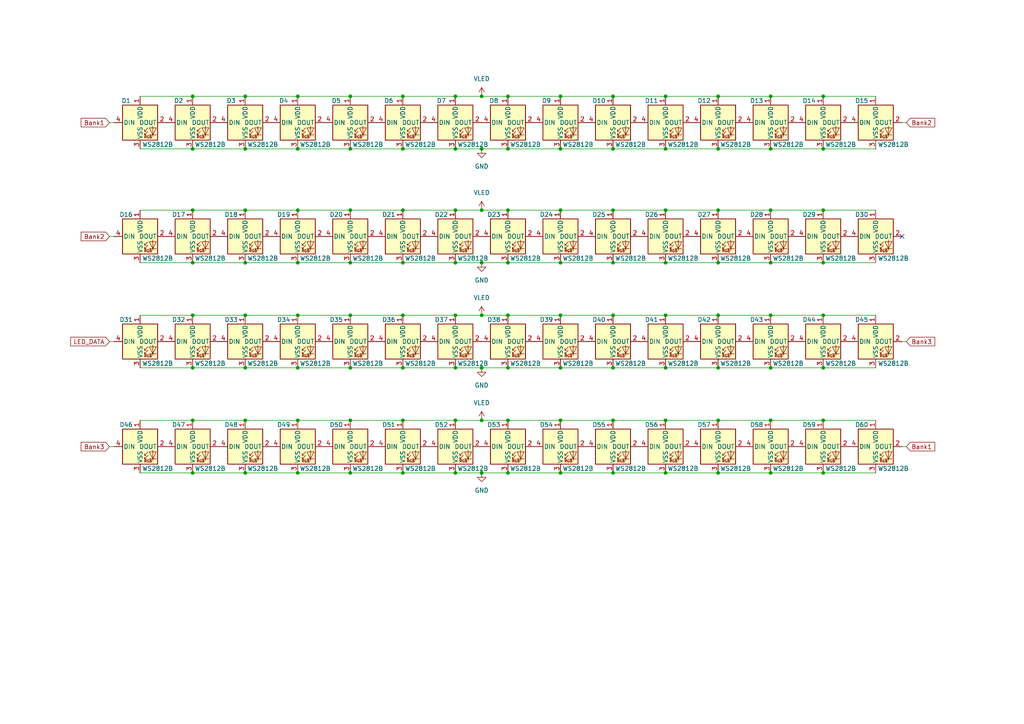
<source format=kicad_sch>
(kicad_sch (version 20250114) (generator "eeschema") (generator_version "9.0")
  (paper "A4")
  (lib_symbols
    (symbol "LED:WS2812B" (pin_names (offset 0.254))
      (property "Reference" "D" (at 5.08 5.715 0))
      (property "Value" "WS2812B" (at 1.27 -5.715 0))
      (symbol "WS2812B_0_0"
        (text "RGB" (at 2.286 -4.191 0) (effects (font (size 0.762 0.762))))
      )
      (symbol "WS2812B_0_1"
        (polyline (pts (xy 1.27 -2.54) (xy 1.778 -2.54)))
        (polyline (pts (xy 1.27 -3.556) (xy 1.778 -3.556)))
        (polyline (pts (xy 2.286 -1.524) (xy 1.27 -2.54) (xy 1.27 -2.032)))
        (polyline (pts (xy 2.286 -2.54) (xy 1.27 -3.556) (xy 1.27 -3.048)))
        (polyline (pts (xy 3.683 -1.016) (xy 3.683 -3.556) (xy 3.683 -4.064)))
        (polyline (pts (xy 4.699 -1.524) (xy 2.667 -1.524) (xy 3.683 -3.556) (xy 4.699 -1.524)))
        (polyline (pts (xy 4.699 -3.556) (xy 2.667 -3.556)))
        (rectangle (start 5.08 5.08) (end -5.08 -5.08) (stroke (width 0.254)) (fill (type background)))
      )
      (symbol "WS2812B_1_1"
        (pin input line (at -7.62 0 0) (length 2.54) (name "DIN") (number "4"))
        (pin power_in line (at 0 7.62 270) (length 2.54) (name "VDD") (number "1"))
        (pin power_in line (at 0 -7.62 90) (length 2.54) (name "VSS") (number "3"))
        (pin output line (at 7.62 0 180) (length 2.54) (name "DOUT") (number "2"))
      )
    )
    (symbol "power:GND" (power) (pin_numbers (hide yes)) (pin_names (offset 0) (hide yes))
      (property "Value" "GND" (at 0 -3.81 0))
      (symbol "GND_0_1"
        (polyline (pts (xy 0 0) (xy 0 -1.27) (xy 1.27 -1.27) (xy 0 -2.54) (xy -1.27 -1.27) (xy 0 -1.27)))
      )
      (symbol "GND_1_1"
        (pin power_in line (at 0 0 270) (length 0) (name "~") (number "1"))
      )
    )
    (symbol "power:VBUS" (power) (pin_numbers (hide yes)) (pin_names (offset 0) (hide yes))
      (property "Value" "VBUS" (at 0 3.556 0))
      (symbol "VBUS_0_1"
        (polyline (pts (xy -0.762 1.27) (xy 0 2.54)))
        (polyline (pts (xy 0 2.54) (xy 0.762 1.27)))
        (polyline (pts (xy 0 0) (xy 0 2.54)))
      )
      (symbol "VBUS_1_1"
        (pin power_in line (at 0 0 90) (length 0) (name "~") (number "1"))
      )
    )
  )
  (junction (at 101.6 137.16))
  (junction (at 147.32 27.94))
  (junction (at 147.32 60.96))
  (junction (at 177.8 106.68))
  (junction (at 86.36 27.94))
  (junction (at 116.84 106.68))
  (junction (at 147.32 76.2))
  (junction (at 86.36 121.92))
  (junction (at 132.08 76.2))
  (junction (at 162.56 106.68))
  (junction (at 55.88 76.2))
  (junction (at 86.36 43.18))
  (junction (at 223.52 91.44))
  (junction (at 238.76 121.92))
  (junction (at 71.12 106.68))
  (junction (at 71.12 27.94))
  (junction (at 147.32 106.68))
  (junction (at 193.04 91.44))
  (junction (at 139.7 121.92))
  (junction (at 86.36 76.2))
  (junction (at 208.28 43.18))
  (junction (at 177.8 76.2))
  (junction (at 116.84 91.44))
  (junction (at 193.04 106.68))
  (junction (at 177.8 121.92))
  (junction (at 132.08 137.16))
  (junction (at 139.7 76.2))
  (junction (at 101.6 43.18))
  (junction (at 116.84 76.2))
  (junction (at 223.52 121.92))
  (junction (at 71.12 60.96))
  (junction (at 132.08 106.68))
  (junction (at 71.12 43.18))
  (junction (at 238.76 137.16))
  (junction (at 223.52 27.94))
  (junction (at 162.56 121.92))
  (junction (at 238.76 91.44))
  (junction (at 55.88 91.44))
  (junction (at 132.08 91.44))
  (junction (at 132.08 121.92))
  (junction (at 116.84 121.92))
  (junction (at 238.76 43.18))
  (junction (at 55.88 43.18))
  (junction (at 55.88 27.94))
  (junction (at 101.6 106.68))
  (junction (at 208.28 27.94))
  (junction (at 177.8 43.18))
  (junction (at 55.88 137.16))
  (junction (at 177.8 27.94))
  (junction (at 116.84 137.16))
  (junction (at 193.04 60.96))
  (junction (at 132.08 27.94))
  (junction (at 147.32 91.44))
  (junction (at 71.12 76.2))
  (junction (at 139.7 43.18))
  (junction (at 101.6 27.94))
  (junction (at 223.52 43.18))
  (junction (at 208.28 121.92))
  (junction (at 223.52 76.2))
  (junction (at 101.6 76.2))
  (junction (at 162.56 76.2))
  (junction (at 223.52 137.16))
  (junction (at 208.28 137.16))
  (junction (at 147.32 43.18))
  (junction (at 55.88 121.92))
  (junction (at 238.76 60.96))
  (junction (at 177.8 60.96))
  (junction (at 162.56 43.18))
  (junction (at 177.8 91.44))
  (junction (at 86.36 91.44))
  (junction (at 147.32 137.16))
  (junction (at 86.36 106.68))
  (junction (at 162.56 60.96))
  (junction (at 116.84 60.96))
  (junction (at 238.76 106.68))
  (junction (at 139.7 106.68))
  (junction (at 193.04 121.92))
  (junction (at 208.28 106.68))
  (junction (at 86.36 137.16))
  (junction (at 208.28 76.2))
  (junction (at 193.04 137.16))
  (junction (at 132.08 60.96))
  (junction (at 86.36 60.96))
  (junction (at 101.6 121.92))
  (junction (at 139.7 91.44))
  (junction (at 71.12 91.44))
  (junction (at 223.52 106.68))
  (junction (at 193.04 43.18))
  (junction (at 177.8 137.16))
  (junction (at 238.76 27.94))
  (junction (at 162.56 91.44))
  (junction (at 139.7 60.96))
  (junction (at 116.84 27.94))
  (junction (at 55.88 60.96))
  (junction (at 208.28 91.44))
  (junction (at 162.56 137.16))
  (junction (at 55.88 106.68))
  (junction (at 193.04 76.2))
  (junction (at 139.7 27.94))
  (junction (at 71.12 137.16))
  (junction (at 147.32 121.92))
  (junction (at 132.08 43.18))
  (junction (at 162.56 27.94))
  (junction (at 101.6 91.44))
  (junction (at 116.84 43.18))
  (junction (at 223.52 60.96))
  (junction (at 101.6 60.96))
  (junction (at 193.04 27.94))
  (junction (at 139.7 137.16))
  (junction (at 238.76 76.2))
  (junction (at 71.12 121.92))
  (junction (at 208.28 60.96))
  (no_connect (at 261.62 68.58))
  (wire (pts (xy 55.88 91.44) (xy 71.12 91.44)))
  (wire (pts (xy 55.88 137.16) (xy 71.12 137.16)))
  (wire (pts (xy 162.56 121.92) (xy 177.8 121.92)))
  (wire (pts (xy 147.32 106.68) (xy 162.56 106.68)))
  (wire (pts (xy 147.32 76.2) (xy 162.56 76.2)))
  (wire (pts (xy 223.52 76.2) (xy 238.76 76.2)))
  (wire (pts (xy 101.6 60.96) (xy 116.84 60.96)))
  (wire (pts (xy 238.76 76.2) (xy 254 76.2)))
  (wire (pts (xy 162.56 27.94) (xy 177.8 27.94)))
  (wire (pts (xy 116.84 121.92) (xy 132.08 121.92)))
  (wire (pts (xy 71.12 91.44) (xy 86.36 91.44)))
  (wire (pts (xy 71.12 43.18) (xy 86.36 43.18)))
  (wire (pts (xy 101.6 27.94) (xy 116.84 27.94)))
  (wire (pts (xy 86.36 137.16) (xy 101.6 137.16)))
  (wire (pts (xy 162.56 60.96) (xy 177.8 60.96)))
  (wire (pts (xy 193.04 76.2) (xy 208.28 76.2)))
  (wire (pts (xy 208.28 137.16) (xy 223.52 137.16)))
  (wire (pts (xy 162.56 43.18) (xy 177.8 43.18)))
  (wire (pts (xy 223.52 106.68) (xy 238.76 106.68)))
  (wire (pts (xy 40.64 121.92) (xy 55.88 121.92)))
  (wire (pts (xy 162.56 76.2) (xy 177.8 76.2)))
  (wire (pts (xy 40.64 60.96) (xy 55.88 60.96)))
  (wire (pts (xy 86.36 76.2) (xy 101.6 76.2)))
  (wire (pts (xy 147.32 60.96) (xy 162.56 60.96)))
  (wire (pts (xy 238.76 27.94) (xy 254 27.94)))
  (wire (pts (xy 147.32 137.16) (xy 162.56 137.16)))
  (wire (pts (xy 261.62 99.06) (xy 262.89 99.06)))
  (wire (pts (xy 147.32 43.18) (xy 162.56 43.18)))
  (wire (pts (xy 71.12 27.94) (xy 86.36 27.94)))
  (wire (pts (xy 101.6 106.68) (xy 116.84 106.68)))
  (wire (pts (xy 177.8 76.2) (xy 193.04 76.2)))
  (wire (pts (xy 132.08 27.94) (xy 139.7 27.94)))
  (wire (pts (xy 71.12 76.2) (xy 86.36 76.2)))
  (wire (pts (xy 55.88 106.68) (xy 71.12 106.68)))
  (wire (pts (xy 208.28 43.18) (xy 223.52 43.18)))
  (wire (pts (xy 223.52 137.16) (xy 238.76 137.16)))
  (wire (pts (xy 40.64 137.16) (xy 55.88 137.16)))
  (wire (pts (xy 116.84 137.16) (xy 132.08 137.16)))
  (wire (pts (xy 177.8 43.18) (xy 193.04 43.18)))
  (wire (pts (xy 116.84 43.18) (xy 132.08 43.18)))
  (wire (pts (xy 55.88 76.2) (xy 71.12 76.2)))
  (wire (pts (xy 101.6 43.18) (xy 116.84 43.18)))
  (wire (pts (xy 147.32 27.94) (xy 162.56 27.94)))
  (wire (pts (xy 139.7 43.18) (xy 147.32 43.18)))
  (wire (pts (xy 101.6 91.44) (xy 116.84 91.44)))
  (wire (pts (xy 116.84 27.94) (xy 132.08 27.94)))
  (wire (pts (xy 139.7 91.44) (xy 147.32 91.44)))
  (wire (pts (xy 238.76 106.68) (xy 254 106.68)))
  (wire (pts (xy 55.88 27.94) (xy 71.12 27.94)))
  (wire (pts (xy 162.56 137.16) (xy 177.8 137.16)))
  (wire (pts (xy 139.7 106.68) (xy 147.32 106.68)))
  (wire (pts (xy 193.04 91.44) (xy 208.28 91.44)))
  (wire (pts (xy 139.7 60.96) (xy 147.32 60.96)))
  (wire (pts (xy 86.36 121.92) (xy 101.6 121.92)))
  (wire (pts (xy 86.36 91.44) (xy 101.6 91.44)))
  (wire (pts (xy 223.52 60.96) (xy 238.76 60.96)))
  (wire (pts (xy 193.04 121.92) (xy 208.28 121.92)))
  (wire (pts (xy 162.56 106.68) (xy 177.8 106.68)))
  (wire (pts (xy 208.28 91.44) (xy 223.52 91.44)))
  (wire (pts (xy 223.52 27.94) (xy 238.76 27.94)))
  (wire (pts (xy 40.64 106.68) (xy 55.88 106.68)))
  (wire (pts (xy 262.89 129.54) (xy 261.62 129.54)))
  (wire (pts (xy 116.84 106.68) (xy 132.08 106.68)))
  (wire (pts (xy 177.8 137.16) (xy 193.04 137.16)))
  (wire (pts (xy 177.8 60.96) (xy 193.04 60.96)))
  (wire (pts (xy 193.04 27.94) (xy 208.28 27.94)))
  (wire (pts (xy 238.76 60.96) (xy 254 60.96)))
  (wire (pts (xy 86.36 60.96) (xy 101.6 60.96)))
  (wire (pts (xy 40.64 43.18) (xy 55.88 43.18)))
  (wire (pts (xy 139.7 76.2) (xy 147.32 76.2)))
  (wire (pts (xy 208.28 76.2) (xy 223.52 76.2)))
  (wire (pts (xy 208.28 121.92) (xy 223.52 121.92)))
  (wire (pts (xy 177.8 106.68) (xy 193.04 106.68)))
  (wire (pts (xy 223.52 43.18) (xy 238.76 43.18)))
  (wire (pts (xy 139.7 27.94) (xy 147.32 27.94)))
  (wire (pts (xy 132.08 137.16) (xy 139.7 137.16)))
  (wire (pts (xy 208.28 106.68) (xy 223.52 106.68)))
  (wire (pts (xy 238.76 137.16) (xy 254 137.16)))
  (wire (pts (xy 238.76 121.92) (xy 254 121.92)))
  (wire (pts (xy 55.88 121.92) (xy 71.12 121.92)))
  (wire (pts (xy 193.04 106.68) (xy 208.28 106.68)))
  (wire (pts (xy 223.52 121.92) (xy 238.76 121.92)))
  (wire (pts (xy 33.02 68.58) (xy 31.75 68.58)))
  (wire (pts (xy 132.08 60.96) (xy 139.7 60.96)))
  (wire (pts (xy 86.36 27.94) (xy 101.6 27.94)))
  (wire (pts (xy 55.88 60.96) (xy 71.12 60.96)))
  (wire (pts (xy 31.75 129.54) (xy 33.02 129.54)))
  (wire (pts (xy 101.6 76.2) (xy 116.84 76.2)))
  (wire (pts (xy 132.08 76.2) (xy 139.7 76.2)))
  (wire (pts (xy 162.56 91.44) (xy 177.8 91.44)))
  (wire (pts (xy 116.84 91.44) (xy 132.08 91.44)))
  (wire (pts (xy 101.6 121.92) (xy 116.84 121.92)))
  (wire (pts (xy 208.28 60.96) (xy 223.52 60.96)))
  (wire (pts (xy 132.08 91.44) (xy 139.7 91.44)))
  (wire (pts (xy 71.12 106.68) (xy 86.36 106.68)))
  (wire (pts (xy 238.76 43.18) (xy 254 43.18)))
  (wire (pts (xy 71.12 137.16) (xy 86.36 137.16)))
  (wire (pts (xy 193.04 60.96) (xy 208.28 60.96)))
  (wire (pts (xy 116.84 60.96) (xy 132.08 60.96)))
  (wire (pts (xy 177.8 27.94) (xy 193.04 27.94)))
  (wire (pts (xy 139.7 137.16) (xy 147.32 137.16)))
  (wire (pts (xy 116.84 76.2) (xy 132.08 76.2)))
  (wire (pts (xy 132.08 43.18) (xy 139.7 43.18)))
  (wire (pts (xy 193.04 137.16) (xy 208.28 137.16)))
  (wire (pts (xy 40.64 76.2) (xy 55.88 76.2)))
  (wire (pts (xy 33.02 35.56) (xy 31.75 35.56)))
  (wire (pts (xy 132.08 121.92) (xy 139.7 121.92)))
  (wire (pts (xy 71.12 121.92) (xy 86.36 121.92)))
  (wire (pts (xy 40.64 91.44) (xy 55.88 91.44)))
  (wire (pts (xy 147.32 121.92) (xy 162.56 121.92)))
  (wire (pts (xy 208.28 27.94) (xy 223.52 27.94)))
  (wire (pts (xy 40.64 27.94) (xy 55.88 27.94)))
  (wire (pts (xy 71.12 60.96) (xy 86.36 60.96)))
  (wire (pts (xy 101.6 137.16) (xy 116.84 137.16)))
  (wire (pts (xy 147.32 91.44) (xy 162.56 91.44)))
  (wire (pts (xy 261.62 35.56) (xy 262.89 35.56)))
  (wire (pts (xy 193.04 43.18) (xy 208.28 43.18)))
  (wire (pts (xy 86.36 106.68) (xy 101.6 106.68)))
  (wire (pts (xy 177.8 121.92) (xy 193.04 121.92)))
  (wire (pts (xy 86.36 43.18) (xy 101.6 43.18)))
  (wire (pts (xy 55.88 43.18) (xy 71.12 43.18)))
  (wire (pts (xy 223.52 91.44) (xy 238.76 91.44)))
  (wire (pts (xy 31.75 99.06) (xy 33.02 99.06)))
  (wire (pts (xy 238.76 91.44) (xy 254 91.44)))
  (wire (pts (xy 177.8 91.44) (xy 193.04 91.44)))
  (wire (pts (xy 132.08 106.68) (xy 139.7 106.68)))
  (wire (pts (xy 139.7 121.92) (xy 147.32 121.92)))
  (global_label "Bank2" (shape input) (at 262.89 35.56 0) (property "Intersheetrefs" "${INTERSHEET_REFS}" (effects (hide yes))))
  (global_label "Bank3" (shape input) (at 262.89 99.06 0) (property "Intersheetrefs" "${INTERSHEET_REFS}" (effects (hide yes))))
  (global_label "LED_DATA" (shape input) (at 31.75 99.06 180) (property "Intersheetrefs" "${INTERSHEET_REFS}" (effects (hide yes))))
  (global_label "Bank1" (shape input) (at 262.89 129.54 0) (property "Intersheetrefs" "${INTERSHEET_REFS}" (effects (hide yes))))
  (global_label "Bank3" (shape input) (at 31.75 129.54 180) (property "Intersheetrefs" "${INTERSHEET_REFS}" (effects (hide yes))))
  (global_label "Bank2" (shape input) (at 31.75 68.58 180) (property "Intersheetrefs" "${INTERSHEET_REFS}" (effects (hide yes))))
  (global_label "Bank1" (shape input) (at 31.75 35.56 180) (property "Intersheetrefs" "${INTERSHEET_REFS}" (effects (hide yes))))
  (symbol (lib_id "LED:WS2812B") (at 86.36 68.58 0) (unit 1)
    (property "Reference" "D19" (at 82.296 62.23 0))
    (property "Value" "WS2812B" (at 91.44 74.93 0))
    (property "Footprint" "LED_Custom:XL-1010RGBC" (effects (hide yes)))
    (property "Datasheet" "https://cdn-shop.adafruit.com/datasheets/WS2812B.pdf" (effects (hide yes)))
    (property "Description" "RGB LED with integrated controller" (effects (hide yes)))
  )
  (symbol (lib_id "LED:WS2812B") (at 116.84 99.06 0) (unit 1)
    (property "Reference" "D36" (at 112.776 92.71 0))
    (property "Value" "WS2812B" (at 121.92 105.41 0))
    (property "Footprint" "LED_Custom:XL-1010RGBC" (effects (hide yes)))
    (property "Datasheet" "https://cdn-shop.adafruit.com/datasheets/WS2812B.pdf" (effects (hide yes)))
    (property "Description" "RGB LED with integrated controller" (effects (hide yes)))
  )
  (symbol (lib_id "LED:WS2812B") (at 208.28 35.56 0) (unit 1)
    (property "Reference" "D12" (at 204.216 29.21 0))
    (property "Value" "WS2812B" (at 213.36 41.91 0))
    (property "Footprint" "LED_Custom:XL-1010RGBC" (effects (hide yes)))
    (property "Datasheet" "https://cdn-shop.adafruit.com/datasheets/WS2812B.pdf" (effects (hide yes)))
    (property "Description" "RGB LED with integrated controller" (effects (hide yes)))
  )
  (symbol (lib_id "LED:WS2812B") (at 208.28 68.58 0) (unit 1)
    (property "Reference" "D27" (at 204.216 62.23 0))
    (property "Value" "WS2812B" (at 213.36 74.93 0))
    (property "Footprint" "LED_Custom:XL-1010RGBC" (effects (hide yes)))
    (property "Datasheet" "https://cdn-shop.adafruit.com/datasheets/WS2812B.pdf" (effects (hide yes)))
    (property "Description" "RGB LED with integrated controller" (effects (hide yes)))
  )
  (symbol (lib_id "LED:WS2812B") (at 86.36 99.06 0) (unit 1)
    (property "Reference" "D34" (at 82.296 92.71 0))
    (property "Value" "WS2812B" (at 91.44 105.41 0))
    (property "Footprint" "LED_Custom:XL-1010RGBC" (effects (hide yes)))
    (property "Datasheet" "https://cdn-shop.adafruit.com/datasheets/WS2812B.pdf" (effects (hide yes)))
    (property "Description" "RGB LED with integrated controller" (effects (hide yes)))
  )
  (symbol (lib_id "LED:WS2812B") (at 238.76 99.06 0) (unit 1)
    (property "Reference" "D44" (at 234.696 92.71 0))
    (property "Value" "WS2812B" (at 243.84 105.41 0))
    (property "Footprint" "LED_Custom:XL-1010RGBC" (effects (hide yes)))
    (property "Datasheet" "https://cdn-shop.adafruit.com/datasheets/WS2812B.pdf" (effects (hide yes)))
    (property "Description" "RGB LED with integrated controller" (effects (hide yes)))
  )
  (symbol (lib_id "LED:WS2812B") (at 254 99.06 0) (unit 1)
    (property "Reference" "D45" (at 249.936 92.71 0))
    (property "Value" "WS2812B" (at 259.08 105.41 0))
    (property "Footprint" "LED_Custom:XL-1010RGBC" (effects (hide yes)))
    (property "Datasheet" "https://cdn-shop.adafruit.com/datasheets/WS2812B.pdf" (effects (hide yes)))
    (property "Description" "RGB LED with integrated controller" (effects (hide yes)))
  )
  (symbol (lib_id "LED:WS2812B") (at 55.88 68.58 0) (unit 1)
    (property "Reference" "D17" (at 51.816 62.23 0))
    (property "Value" "WS2812B" (at 60.96 74.93 0))
    (property "Footprint" "LED_Custom:XL-1010RGBC" (effects (hide yes)))
    (property "Datasheet" "https://cdn-shop.adafruit.com/datasheets/WS2812B.pdf" (effects (hide yes)))
    (property "Description" "RGB LED with integrated controller" (effects (hide yes)))
  )
  (symbol (lib_id "LED:WS2812B") (at 40.64 99.06 0) (unit 1)
    (property "Reference" "D31" (at 36.576 92.71 0))
    (property "Value" "WS2812B" (at 45.72 105.41 0))
    (property "Footprint" "LED_Custom:XL-1010RGBC" (effects (hide yes)))
    (property "Datasheet" "https://cdn-shop.adafruit.com/datasheets/WS2812B.pdf" (effects (hide yes)))
    (property "Description" "RGB LED with integrated controller" (effects (hide yes)))
  )
  (symbol (lib_id "LED:WS2812B") (at 162.56 129.54 0) (unit 1)
    (property "Reference" "D54" (at 158.496 123.19 0))
    (property "Value" "WS2812B" (at 167.64 135.89 0))
    (property "Footprint" "LED_Custom:XL-1010RGBC" (effects (hide yes)))
    (property "Datasheet" "https://cdn-shop.adafruit.com/datasheets/WS2812B.pdf" (effects (hide yes)))
    (property "Description" "RGB LED with integrated controller" (effects (hide yes)))
  )
  (symbol (lib_id "power:VBUS") (at 139.7 60.96 0) (unit 1)
    (property "Reference" "#PWR015" (effects (hide yes)))
    (property "Value" "VLED" (at 139.7 55.88 0))
    (property "Description" "Power symbol creates a global label with name \"VBUS\"" (effects (hide yes)))
  )
  (symbol (lib_id "LED:WS2812B") (at 40.64 68.58 0) (unit 1)
    (property "Reference" "D16" (at 36.576 62.23 0))
    (property "Value" "WS2812B" (at 45.72 74.93 0))
    (property "Footprint" "LED_Custom:XL-1010RGBC" (effects (hide yes)))
    (property "Datasheet" "https://cdn-shop.adafruit.com/datasheets/WS2812B.pdf" (effects (hide yes)))
    (property "Description" "RGB LED with integrated controller" (effects (hide yes)))
  )
  (symbol (lib_id "LED:WS2812B") (at 71.12 35.56 0) (unit 1)
    (property "Reference" "D3" (at 67.056 29.21 0))
    (property "Value" "WS2812B" (at 76.2 41.91 0))
    (property "Footprint" "LED_Custom:XL-1010RGBC" (effects (hide yes)))
    (property "Datasheet" "https://cdn-shop.adafruit.com/datasheets/WS2812B.pdf" (effects (hide yes)))
    (property "Description" "RGB LED with integrated controller" (effects (hide yes)))
  )
  (symbol (lib_id "LED:WS2812B") (at 147.32 35.56 0) (unit 1)
    (property "Reference" "D8" (at 143.256 29.21 0))
    (property "Value" "WS2812B" (at 152.4 41.91 0))
    (property "Footprint" "LED_Custom:XL-1010RGBC" (effects (hide yes)))
    (property "Datasheet" "https://cdn-shop.adafruit.com/datasheets/WS2812B.pdf" (effects (hide yes)))
    (property "Description" "RGB LED with integrated controller" (effects (hide yes)))
  )
  (symbol (lib_id "LED:WS2812B") (at 55.88 99.06 0) (unit 1)
    (property "Reference" "D32" (at 51.816 92.71 0))
    (property "Value" "WS2812B" (at 60.96 105.41 0))
    (property "Footprint" "LED_Custom:XL-1010RGBC" (effects (hide yes)))
    (property "Datasheet" "https://cdn-shop.adafruit.com/datasheets/WS2812B.pdf" (effects (hide yes)))
    (property "Description" "RGB LED with integrated controller" (effects (hide yes)))
  )
  (symbol (lib_id "LED:WS2812B") (at 132.08 68.58 0) (unit 1)
    (property "Reference" "D22" (at 128.016 62.23 0))
    (property "Value" "WS2812B" (at 137.16 74.93 0))
    (property "Footprint" "LED_Custom:XL-1010RGBC" (effects (hide yes)))
    (property "Datasheet" "https://cdn-shop.adafruit.com/datasheets/WS2812B.pdf" (effects (hide yes)))
    (property "Description" "RGB LED with integrated controller" (effects (hide yes)))
  )
  (symbol (lib_id "LED:WS2812B") (at 116.84 68.58 0) (unit 1)
    (property "Reference" "D21" (at 112.776 62.23 0))
    (property "Value" "WS2812B" (at 121.92 74.93 0))
    (property "Footprint" "LED_Custom:XL-1010RGBC" (effects (hide yes)))
    (property "Datasheet" "https://cdn-shop.adafruit.com/datasheets/WS2812B.pdf" (effects (hide yes)))
    (property "Description" "RGB LED with integrated controller" (effects (hide yes)))
  )
  (symbol (lib_id "LED:WS2812B") (at 86.36 35.56 0) (unit 1)
    (property "Reference" "D4" (at 82.296 29.21 0))
    (property "Value" "WS2812B" (at 91.44 41.91 0))
    (property "Footprint" "LED_Custom:XL-1010RGBC" (effects (hide yes)))
    (property "Datasheet" "https://cdn-shop.adafruit.com/datasheets/WS2812B.pdf" (effects (hide yes)))
    (property "Description" "RGB LED with integrated controller" (effects (hide yes)))
  )
  (symbol (lib_id "LED:WS2812B") (at 116.84 129.54 0) (unit 1)
    (property "Reference" "D51" (at 112.776 123.19 0))
    (property "Value" "WS2812B" (at 121.92 135.89 0))
    (property "Footprint" "LED_Custom:XL-1010RGBC" (effects (hide yes)))
    (property "Datasheet" "https://cdn-shop.adafruit.com/datasheets/WS2812B.pdf" (effects (hide yes)))
    (property "Description" "RGB LED with integrated controller" (effects (hide yes)))
  )
  (symbol (lib_id "LED:WS2812B") (at 55.88 129.54 0) (unit 1)
    (property "Reference" "D47" (at 51.816 123.19 0))
    (property "Value" "WS2812B" (at 60.96 135.89 0))
    (property "Footprint" "LED_Custom:XL-1010RGBC" (effects (hide yes)))
    (property "Datasheet" "https://cdn-shop.adafruit.com/datasheets/WS2812B.pdf" (effects (hide yes)))
    (property "Description" "RGB LED with integrated controller" (effects (hide yes)))
  )
  (symbol (lib_id "LED:WS2812B") (at 116.84 35.56 0) (unit 1)
    (property "Reference" "D6" (at 112.776 29.21 0))
    (property "Value" "WS2812B" (at 121.92 41.91 0))
    (property "Footprint" "LED_Custom:XL-1010RGBC" (effects (hide yes)))
    (property "Datasheet" "https://cdn-shop.adafruit.com/datasheets/WS2812B.pdf" (effects (hide yes)))
    (property "Description" "RGB LED with integrated controller" (effects (hide yes)))
  )
  (symbol (lib_id "LED:WS2812B") (at 254 68.58 0) (unit 1)
    (property "Reference" "D30" (at 249.936 62.23 0))
    (property "Value" "WS2812B" (at 259.08 74.93 0))
    (property "Footprint" "LED_Custom:XL-1010RGBC" (effects (hide yes)))
    (property "Datasheet" "https://cdn-shop.adafruit.com/datasheets/WS2812B.pdf" (effects (hide yes)))
    (property "Description" "RGB LED with integrated controller" (effects (hide yes)))
  )
  (symbol (lib_id "LED:WS2812B") (at 147.32 99.06 0) (unit 1)
    (property "Reference" "D38" (at 143.256 92.71 0))
    (property "Value" "WS2812B" (at 152.4 105.41 0))
    (property "Footprint" "LED_Custom:XL-1010RGBC" (effects (hide yes)))
    (property "Datasheet" "https://cdn-shop.adafruit.com/datasheets/WS2812B.pdf" (effects (hide yes)))
    (property "Description" "RGB LED with integrated controller" (effects (hide yes)))
  )
  (symbol (lib_id "LED:WS2812B") (at 193.04 35.56 0) (unit 1)
    (property "Reference" "D11" (at 188.976 29.21 0))
    (property "Value" "WS2812B" (at 198.12 41.91 0))
    (property "Footprint" "LED_Custom:XL-1010RGBC" (effects (hide yes)))
    (property "Datasheet" "https://cdn-shop.adafruit.com/datasheets/WS2812B.pdf" (effects (hide yes)))
    (property "Description" "RGB LED with integrated controller" (effects (hide yes)))
  )
  (symbol (lib_id "LED:WS2812B") (at 55.88 35.56 0) (unit 1)
    (property "Reference" "D2" (at 51.816 29.21 0))
    (property "Value" "WS2812B" (at 60.96 41.91 0))
    (property "Footprint" "LED_Custom:XL-1010RGBC" (effects (hide yes)))
    (property "Datasheet" "https://cdn-shop.adafruit.com/datasheets/WS2812B.pdf" (effects (hide yes)))
    (property "Description" "RGB LED with integrated controller" (effects (hide yes)))
  )
  (symbol (lib_id "power:GND") (at 139.7 137.16 0) (unit 1)
    (property "Reference" "#PWR020" (effects (hide yes)))
    (property "Value" "GND" (at 139.7 142.24 0))
    (property "Description" "Power symbol creates a global label with name \"GND\" , ground" (effects (hide yes)))
  )
  (symbol (lib_id "LED:WS2812B") (at 177.8 35.56 0) (unit 1)
    (property "Reference" "D10" (at 173.736 29.21 0))
    (property "Value" "WS2812B" (at 182.88 41.91 0))
    (property "Footprint" "LED_Custom:XL-1010RGBC" (effects (hide yes)))
    (property "Datasheet" "https://cdn-shop.adafruit.com/datasheets/WS2812B.pdf" (effects (hide yes)))
    (property "Description" "RGB LED with integrated controller" (effects (hide yes)))
  )
  (symbol (lib_id "LED:WS2812B") (at 101.6 35.56 0) (unit 1)
    (property "Reference" "D5" (at 97.536 29.21 0))
    (property "Value" "WS2812B" (at 106.68 41.91 0))
    (property "Footprint" "LED_Custom:XL-1010RGBC" (effects (hide yes)))
    (property "Datasheet" "https://cdn-shop.adafruit.com/datasheets/WS2812B.pdf" (effects (hide yes)))
    (property "Description" "RGB LED with integrated controller" (effects (hide yes)))
  )
  (symbol (lib_id "LED:WS2812B") (at 193.04 129.54 0) (unit 1)
    (property "Reference" "D56" (at 188.976 123.19 0))
    (property "Value" "WS2812B" (at 198.12 135.89 0))
    (property "Footprint" "LED_Custom:XL-1010RGBC" (effects (hide yes)))
    (property "Datasheet" "https://cdn-shop.adafruit.com/datasheets/WS2812B.pdf" (effects (hide yes)))
    (property "Description" "RGB LED with integrated controller" (effects (hide yes)))
  )
  (symbol (lib_id "LED:WS2812B") (at 86.36 129.54 0) (unit 1)
    (property "Reference" "D49" (at 82.296 123.19 0))
    (property "Value" "WS2812B" (at 91.44 135.89 0))
    (property "Footprint" "LED_Custom:XL-1010RGBC" (effects (hide yes)))
    (property "Datasheet" "https://cdn-shop.adafruit.com/datasheets/WS2812B.pdf" (effects (hide yes)))
    (property "Description" "RGB LED with integrated controller" (effects (hide yes)))
  )
  (symbol (lib_id "LED:WS2812B") (at 147.32 129.54 0) (unit 1)
    (property "Reference" "D53" (at 143.256 123.19 0))
    (property "Value" "WS2812B" (at 152.4 135.89 0))
    (property "Footprint" "LED_Custom:XL-1010RGBC" (effects (hide yes)))
    (property "Datasheet" "https://cdn-shop.adafruit.com/datasheets/WS2812B.pdf" (effects (hide yes)))
    (property "Description" "RGB LED with integrated controller" (effects (hide yes)))
  )
  (symbol (lib_id "power:VBUS") (at 139.7 27.94 0) (unit 1)
    (property "Reference" "#PWR013" (effects (hide yes)))
    (property "Value" "VLED" (at 139.7 22.86 0))
    (property "Description" "Power symbol creates a global label with name \"VBUS\"" (effects (hide yes)))
  )
  (symbol (lib_id "LED:WS2812B") (at 40.64 35.56 0) (unit 1)
    (property "Reference" "D1" (at 36.576 29.21 0))
    (property "Value" "WS2812B" (at 45.72 41.91 0))
    (property "Footprint" "LED_Custom:XL-1010RGBC" (effects (hide yes)))
    (property "Datasheet" "https://cdn-shop.adafruit.com/datasheets/WS2812B.pdf" (effects (hide yes)))
    (property "Description" "RGB LED with integrated controller" (effects (hide yes)))
  )
  (symbol (lib_id "LED:WS2812B") (at 177.8 68.58 0) (unit 1)
    (property "Reference" "D25" (at 173.736 62.23 0))
    (property "Value" "WS2812B" (at 182.88 74.93 0))
    (property "Footprint" "LED_Custom:XL-1010RGBC" (effects (hide yes)))
    (property "Datasheet" "https://cdn-shop.adafruit.com/datasheets/WS2812B.pdf" (effects (hide yes)))
    (property "Description" "RGB LED with integrated controller" (effects (hide yes)))
  )
  (symbol (lib_id "LED:WS2812B") (at 101.6 68.58 0) (unit 1)
    (property "Reference" "D20" (at 97.536 62.23 0))
    (property "Value" "WS2812B" (at 106.68 74.93 0))
    (property "Footprint" "LED_Custom:XL-1010RGBC" (effects (hide yes)))
    (property "Datasheet" "https://cdn-shop.adafruit.com/datasheets/WS2812B.pdf" (effects (hide yes)))
    (property "Description" "RGB LED with integrated controller" (effects (hide yes)))
  )
  (symbol (lib_id "LED:WS2812B") (at 132.08 35.56 0) (unit 1)
    (property "Reference" "D7" (at 128.016 29.21 0))
    (property "Value" "WS2812B" (at 137.16 41.91 0))
    (property "Footprint" "LED_Custom:XL-1010RGBC" (effects (hide yes)))
    (property "Datasheet" "https://cdn-shop.adafruit.com/datasheets/WS2812B.pdf" (effects (hide yes)))
    (property "Description" "RGB LED with integrated controller" (effects (hide yes)))
  )
  (symbol (lib_id "LED:WS2812B") (at 101.6 99.06 0) (unit 1)
    (property "Reference" "D35" (at 97.536 92.71 0))
    (property "Value" "WS2812B" (at 106.68 105.41 0))
    (property "Footprint" "LED_Custom:XL-1010RGBC" (effects (hide yes)))
    (property "Datasheet" "https://cdn-shop.adafruit.com/datasheets/WS2812B.pdf" (effects (hide yes)))
    (property "Description" "RGB LED with integrated controller" (effects (hide yes)))
  )
  (symbol (lib_id "LED:WS2812B") (at 162.56 99.06 0) (unit 1)
    (property "Reference" "D39" (at 158.496 92.71 0))
    (property "Value" "WS2812B" (at 167.64 105.41 0))
    (property "Footprint" "LED_Custom:XL-1010RGBC" (effects (hide yes)))
    (property "Datasheet" "https://cdn-shop.adafruit.com/datasheets/WS2812B.pdf" (effects (hide yes)))
    (property "Description" "RGB LED with integrated controller" (effects (hide yes)))
  )
  (symbol (lib_id "LED:WS2812B") (at 223.52 68.58 0) (unit 1)
    (property "Reference" "D28" (at 219.456 62.23 0))
    (property "Value" "WS2812B" (at 228.6 74.93 0))
    (property "Footprint" "LED_Custom:XL-1010RGBC" (effects (hide yes)))
    (property "Datasheet" "https://cdn-shop.adafruit.com/datasheets/WS2812B.pdf" (effects (hide yes)))
    (property "Description" "RGB LED with integrated controller" (effects (hide yes)))
  )
  (symbol (lib_id "LED:WS2812B") (at 177.8 129.54 0) (unit 1)
    (property "Reference" "D55" (at 173.736 123.19 0))
    (property "Value" "WS2812B" (at 182.88 135.89 0))
    (property "Footprint" "LED_Custom:XL-1010RGBC" (effects (hide yes)))
    (property "Datasheet" "https://cdn-shop.adafruit.com/datasheets/WS2812B.pdf" (effects (hide yes)))
    (property "Description" "RGB LED with integrated controller" (effects (hide yes)))
  )
  (symbol (lib_id "LED:WS2812B") (at 162.56 35.56 0) (unit 1)
    (property "Reference" "D9" (at 158.496 29.21 0))
    (property "Value" "WS2812B" (at 167.64 41.91 0))
    (property "Footprint" "LED_Custom:XL-1010RGBC" (effects (hide yes)))
    (property "Datasheet" "https://cdn-shop.adafruit.com/datasheets/WS2812B.pdf" (effects (hide yes)))
    (property "Description" "RGB LED with integrated controller" (effects (hide yes)))
  )
  (symbol (lib_id "LED:WS2812B") (at 238.76 35.56 0) (unit 1)
    (property "Reference" "D14" (at 234.696 29.21 0))
    (property "Value" "WS2812B" (at 243.84 41.91 0))
    (property "Footprint" "LED_Custom:XL-1010RGBC" (effects (hide yes)))
    (property "Datasheet" "https://cdn-shop.adafruit.com/datasheets/WS2812B.pdf" (effects (hide yes)))
    (property "Description" "RGB LED with integrated controller" (effects (hide yes)))
  )
  (symbol (lib_id "power:GND") (at 139.7 76.2 0) (unit 1)
    (property "Reference" "#PWR016" (effects (hide yes)))
    (property "Value" "GND" (at 139.7 81.28 0))
    (property "Description" "Power symbol creates a global label with name \"GND\" , ground" (effects (hide yes)))
  )
  (symbol (lib_id "power:GND") (at 139.7 106.68 0) (unit 1)
    (property "Reference" "#PWR018" (effects (hide yes)))
    (property "Value" "GND" (at 139.7 111.76 0))
    (property "Description" "Power symbol creates a global label with name \"GND\" , ground" (effects (hide yes)))
  )
  (symbol (lib_id "LED:WS2812B") (at 254 35.56 0) (unit 1)
    (property "Reference" "D15" (at 249.936 29.21 0))
    (property "Value" "WS2812B" (at 259.08 41.91 0))
    (property "Footprint" "LED_Custom:XL-1010RGBC" (effects (hide yes)))
    (property "Datasheet" "https://cdn-shop.adafruit.com/datasheets/WS2812B.pdf" (effects (hide yes)))
    (property "Description" "RGB LED with integrated controller" (effects (hide yes)))
  )
  (symbol (lib_id "LED:WS2812B") (at 177.8 99.06 0) (unit 1)
    (property "Reference" "D40" (at 173.736 92.71 0))
    (property "Value" "WS2812B" (at 182.88 105.41 0))
    (property "Footprint" "LED_Custom:XL-1010RGBC" (effects (hide yes)))
    (property "Datasheet" "https://cdn-shop.adafruit.com/datasheets/WS2812B.pdf" (effects (hide yes)))
    (property "Description" "RGB LED with integrated controller" (effects (hide yes)))
  )
  (symbol (lib_id "LED:WS2812B") (at 208.28 99.06 0) (unit 1)
    (property "Reference" "D42" (at 204.216 92.71 0))
    (property "Value" "WS2812B" (at 213.36 105.41 0))
    (property "Footprint" "LED_Custom:XL-1010RGBC" (effects (hide yes)))
    (property "Datasheet" "https://cdn-shop.adafruit.com/datasheets/WS2812B.pdf" (effects (hide yes)))
    (property "Description" "RGB LED with integrated controller" (effects (hide yes)))
  )
  (symbol (lib_id "LED:WS2812B") (at 71.12 68.58 0) (unit 1)
    (property "Reference" "D18" (at 67.056 62.23 0))
    (property "Value" "WS2812B" (at 76.2 74.93 0))
    (property "Footprint" "LED_Custom:XL-1010RGBC" (effects (hide yes)))
    (property "Datasheet" "https://cdn-shop.adafruit.com/datasheets/WS2812B.pdf" (effects (hide yes)))
    (property "Description" "RGB LED with integrated controller" (effects (hide yes)))
  )
  (symbol (lib_id "LED:WS2812B") (at 238.76 68.58 0) (unit 1)
    (property "Reference" "D29" (at 234.696 62.23 0))
    (property "Value" "WS2812B" (at 243.84 74.93 0))
    (property "Footprint" "LED_Custom:XL-1010RGBC" (effects (hide yes)))
    (property "Datasheet" "https://cdn-shop.adafruit.com/datasheets/WS2812B.pdf" (effects (hide yes)))
    (property "Description" "RGB LED with integrated controller" (effects (hide yes)))
  )
  (symbol (lib_id "LED:WS2812B") (at 193.04 68.58 0) (unit 1)
    (property "Reference" "D26" (at 188.976 62.23 0))
    (property "Value" "WS2812B" (at 198.12 74.93 0))
    (property "Footprint" "LED_Custom:XL-1010RGBC" (effects (hide yes)))
    (property "Datasheet" "https://cdn-shop.adafruit.com/datasheets/WS2812B.pdf" (effects (hide yes)))
    (property "Description" "RGB LED with integrated controller" (effects (hide yes)))
  )
  (symbol (lib_id "LED:WS2812B") (at 71.12 99.06 0) (unit 1)
    (property "Reference" "D33" (at 67.056 92.71 0))
    (property "Value" "WS2812B" (at 76.2 105.41 0))
    (property "Footprint" "LED_Custom:XL-1010RGBC" (effects (hide yes)))
    (property "Datasheet" "https://cdn-shop.adafruit.com/datasheets/WS2812B.pdf" (effects (hide yes)))
    (property "Description" "RGB LED with integrated controller" (effects (hide yes)))
  )
  (symbol (lib_id "LED:WS2812B") (at 40.64 129.54 0) (unit 1)
    (property "Reference" "D46" (at 36.576 123.19 0))
    (property "Value" "WS2812B" (at 45.72 135.89 0))
    (property "Footprint" "LED_Custom:XL-1010RGBC" (effects (hide yes)))
    (property "Datasheet" "https://cdn-shop.adafruit.com/datasheets/WS2812B.pdf" (effects (hide yes)))
    (property "Description" "RGB LED with integrated controller" (effects (hide yes)))
  )
  (symbol (lib_id "LED:WS2812B") (at 223.52 129.54 0) (unit 1)
    (property "Reference" "D58" (at 219.456 123.19 0))
    (property "Value" "WS2812B" (at 228.6 135.89 0))
    (property "Footprint" "LED_Custom:XL-1010RGBC" (effects (hide yes)))
    (property "Datasheet" "https://cdn-shop.adafruit.com/datasheets/WS2812B.pdf" (effects (hide yes)))
    (property "Description" "RGB LED with integrated controller" (effects (hide yes)))
  )
  (symbol (lib_id "LED:WS2812B") (at 193.04 99.06 0) (unit 1)
    (property "Reference" "D41" (at 188.976 92.71 0))
    (property "Value" "WS2812B" (at 198.12 105.41 0))
    (property "Footprint" "LED_Custom:XL-1010RGBC" (effects (hide yes)))
    (property "Datasheet" "https://cdn-shop.adafruit.com/datasheets/WS2812B.pdf" (effects (hide yes)))
    (property "Description" "RGB LED with integrated controller" (effects (hide yes)))
  )
  (symbol (lib_id "LED:WS2812B") (at 254 129.54 0) (unit 1)
    (property "Reference" "D60" (at 249.936 123.19 0))
    (property "Value" "WS2812B" (at 259.08 135.89 0))
    (property "Footprint" "LED_Custom:XL-1010RGBC" (effects (hide yes)))
    (property "Datasheet" "https://cdn-shop.adafruit.com/datasheets/WS2812B.pdf" (effects (hide yes)))
    (property "Description" "RGB LED with integrated controller" (effects (hide yes)))
  )
  (symbol (lib_id "power:GND") (at 139.7 43.18 0) (unit 1)
    (property "Reference" "#PWR014" (effects (hide yes)))
    (property "Value" "GND" (at 139.7 48.26 0))
    (property "Description" "Power symbol creates a global label with name \"GND\" , ground" (effects (hide yes)))
  )
  (symbol (lib_id "LED:WS2812B") (at 223.52 35.56 0) (unit 1)
    (property "Reference" "D13" (at 219.456 29.21 0))
    (property "Value" "WS2812B" (at 228.6 41.91 0))
    (property "Footprint" "LED_Custom:XL-1010RGBC" (effects (hide yes)))
    (property "Datasheet" "https://cdn-shop.adafruit.com/datasheets/WS2812B.pdf" (effects (hide yes)))
    (property "Description" "RGB LED with integrated controller" (effects (hide yes)))
  )
  (symbol (lib_id "LED:WS2812B") (at 132.08 99.06 0) (unit 1)
    (property "Reference" "D37" (at 128.016 92.71 0))
    (property "Value" "WS2812B" (at 137.16 105.41 0))
    (property "Footprint" "LED_Custom:XL-1010RGBC" (effects (hide yes)))
    (property "Datasheet" "https://cdn-shop.adafruit.com/datasheets/WS2812B.pdf" (effects (hide yes)))
    (property "Description" "RGB LED with integrated controller" (effects (hide yes)))
  )
  (symbol (lib_id "LED:WS2812B") (at 208.28 129.54 0) (unit 1)
    (property "Reference" "D57" (at 204.216 123.19 0))
    (property "Value" "WS2812B" (at 213.36 135.89 0))
    (property "Footprint" "LED_Custom:XL-1010RGBC" (effects (hide yes)))
    (property "Datasheet" "https://cdn-shop.adafruit.com/datasheets/WS2812B.pdf" (effects (hide yes)))
    (property "Description" "RGB LED with integrated controller" (effects (hide yes)))
  )
  (symbol (lib_id "LED:WS2812B") (at 101.6 129.54 0) (unit 1)
    (property "Reference" "D50" (at 97.536 123.19 0))
    (property "Value" "WS2812B" (at 106.68 135.89 0))
    (property "Footprint" "LED_Custom:XL-1010RGBC" (effects (hide yes)))
    (property "Datasheet" "https://cdn-shop.adafruit.com/datasheets/WS2812B.pdf" (effects (hide yes)))
    (property "Description" "RGB LED with integrated controller" (effects (hide yes)))
  )
  (symbol (lib_id "LED:WS2812B") (at 71.12 129.54 0) (unit 1)
    (property "Reference" "D48" (at 67.056 123.19 0))
    (property "Value" "WS2812B" (at 76.2 135.89 0))
    (property "Footprint" "LED_Custom:XL-1010RGBC" (effects (hide yes)))
    (property "Datasheet" "https://cdn-shop.adafruit.com/datasheets/WS2812B.pdf" (effects (hide yes)))
    (property "Description" "RGB LED with integrated controller" (effects (hide yes)))
  )
  (symbol (lib_id "power:VBUS") (at 139.7 91.44 0) (unit 1)
    (property "Reference" "#PWR017" (effects (hide yes)))
    (property "Value" "VLED" (at 139.7 86.36 0))
    (property "Description" "Power symbol creates a global label with name \"VBUS\"" (effects (hide yes)))
  )
  (symbol (lib_id "LED:WS2812B") (at 132.08 129.54 0) (unit 1)
    (property "Reference" "D52" (at 128.016 123.19 0))
    (property "Value" "WS2812B" (at 137.16 135.89 0))
    (property "Footprint" "LED_Custom:XL-1010RGBC" (effects (hide yes)))
    (property "Datasheet" "https://cdn-shop.adafruit.com/datasheets/WS2812B.pdf" (effects (hide yes)))
    (property "Description" "RGB LED with integrated controller" (effects (hide yes)))
  )
  (symbol (lib_id "LED:WS2812B") (at 162.56 68.58 0) (unit 1)
    (property "Reference" "D24" (at 158.496 62.23 0))
    (property "Value" "WS2812B" (at 167.64 74.93 0))
    (property "Footprint" "LED_Custom:XL-1010RGBC" (effects (hide yes)))
    (property "Datasheet" "https://cdn-shop.adafruit.com/datasheets/WS2812B.pdf" (effects (hide yes)))
    (property "Description" "RGB LED with integrated controller" (effects (hide yes)))
  )
  (symbol (lib_id "power:VBUS") (at 139.7 121.92 0) (unit 1)
    (property "Reference" "#PWR019" (effects (hide yes)))
    (property "Value" "VLED" (at 139.7 116.84 0))
    (property "Description" "Power symbol creates a global label with name \"VBUS\"" (effects (hide yes)))
  )
  (symbol (lib_id "LED:WS2812B") (at 238.76 129.54 0) (unit 1)
    (property "Reference" "D59" (at 234.696 123.19 0))
    (property "Value" "WS2812B" (at 243.84 135.89 0))
    (property "Footprint" "LED_Custom:XL-1010RGBC" (effects (hide yes)))
    (property "Datasheet" "https://cdn-shop.adafruit.com/datasheets/WS2812B.pdf" (effects (hide yes)))
    (property "Description" "RGB LED with integrated controller" (effects (hide yes)))
  )
  (symbol (lib_id "LED:WS2812B") (at 147.32 68.58 0) (unit 1)
    (property "Reference" "D23" (at 143.256 62.23 0))
    (property "Value" "WS2812B" (at 152.4 74.93 0))
    (property "Footprint" "LED_Custom:XL-1010RGBC" (effects (hide yes)))
    (property "Datasheet" "https://cdn-shop.adafruit.com/datasheets/WS2812B.pdf" (effects (hide yes)))
    (property "Description" "RGB LED with integrated controller" (effects (hide yes)))
  )
  (symbol (lib_id "LED:WS2812B") (at 223.52 99.06 0) (unit 1)
    (property "Reference" "D43" (at 219.456 92.71 0))
    (property "Value" "WS2812B" (at 228.6 105.41 0))
    (property "Footprint" "LED_Custom:XL-1010RGBC" (effects (hide yes)))
    (property "Datasheet" "https://cdn-shop.adafruit.com/datasheets/WS2812B.pdf" (effects (hide yes)))
    (property "Description" "RGB LED with integrated controller" (effects (hide yes)))
  )
)
</source>
